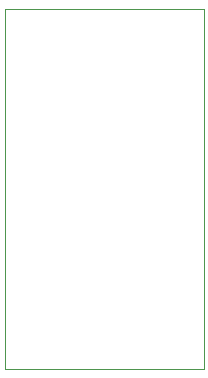
<source format=gbp>
G75*
%MOIN*%
%OFA0B0*%
%FSLAX24Y24*%
%IPPOS*%
%LPD*%
%AMOC8*
5,1,8,0,0,1.08239X$1,22.5*
%
%ADD10C,0.0000*%
D10*
X000100Y000125D02*
X000100Y012121D01*
X006720Y012121D01*
X006720Y000125D01*
X000100Y000125D01*
M02*

</source>
